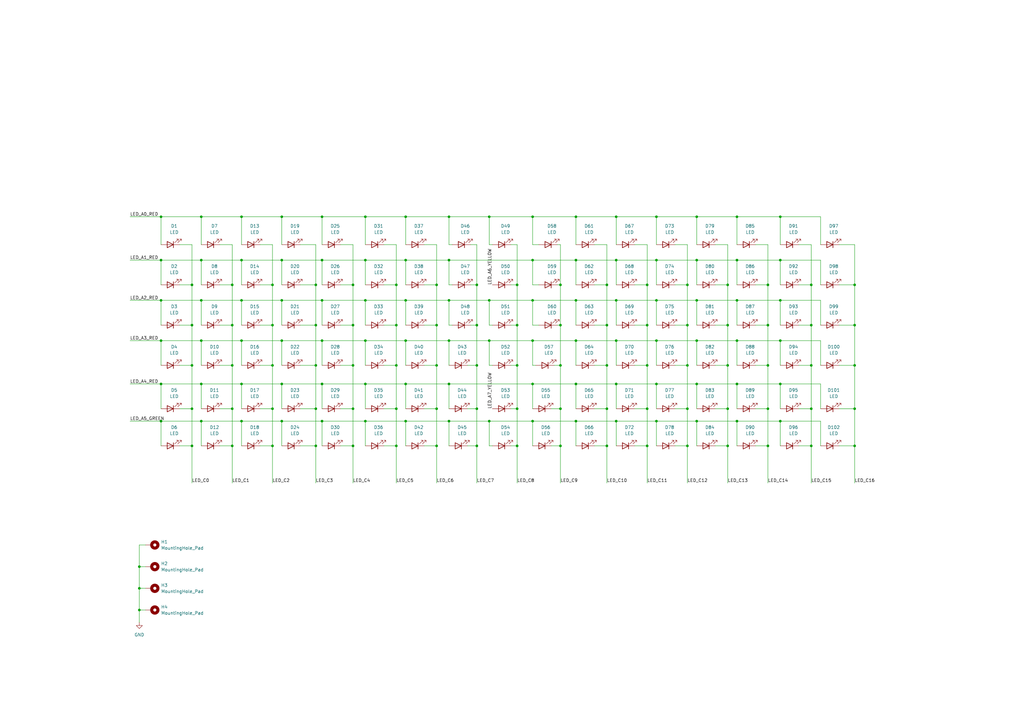
<source format=kicad_sch>
(kicad_sch (version 20231120) (generator "eeschema") (generator_version "8.0")
  (paper "A3")
  (title_block (title "SuperClock v3 LED Matrix"))
  (junction (at 229.87 149.86))
  (junction (at 212.09 182.88))
  (junction (at 78.74 116.84))
  (junction (at 195.58 133.35))
  (junction (at 332.74 182.88))
  (junction (at 314.96 182.88))
  (junction (at 179.07 116.84))
  (junction (at 149.86 172.72))
  (junction (at 111.76 182.88))
  (junction (at 332.74 167.64))
  (junction (at 269.24 172.72))
  (junction (at 149.86 157.48))
  (junction (at 82.55 106.68))
  (junction (at 129.54 133.35))
  (junction (at 320.04 139.7))
  (junction (at 57.15 241.3))
  (junction (at 78.74 167.64))
  (junction (at 350.52 116.84))
  (junction (at 129.54 182.88))
  (junction (at 218.44 106.68))
  (junction (at 162.56 133.35))
  (junction (at 252.73 123.19))
  (junction (at 111.76 116.84))
  (junction (at 236.22 123.19))
  (junction (at 95.25 149.86))
  (junction (at 162.56 167.64))
  (junction (at 229.87 167.64))
  (junction (at 184.15 106.68))
  (junction (at 179.07 149.86))
  (junction (at 78.74 133.35))
  (junction (at 320.04 157.48))
  (junction (at 281.94 116.84))
  (junction (at 166.37 157.48))
  (junction (at 252.73 157.48))
  (junction (at 82.55 157.48))
  (junction (at 195.58 116.84))
  (junction (at 144.78 167.64))
  (junction (at 99.06 139.7))
  (junction (at 66.04 172.72))
  (junction (at 298.45 167.64))
  (junction (at 99.06 157.48))
  (junction (at 236.22 88.9))
  (junction (at 132.08 88.9))
  (junction (at 166.37 88.9))
  (junction (at 82.55 139.7))
  (junction (at 302.26 139.7))
  (junction (at 248.92 116.84))
  (junction (at 66.04 123.19))
  (junction (at 281.94 149.86))
  (junction (at 281.94 133.35))
  (junction (at 195.58 149.86))
  (junction (at 184.15 88.9))
  (junction (at 149.86 139.7))
  (junction (at 166.37 123.19))
  (junction (at 162.56 116.84))
  (junction (at 252.73 88.9))
  (junction (at 184.15 157.48))
  (junction (at 314.96 149.86))
  (junction (at 115.57 172.72))
  (junction (at 166.37 139.7))
  (junction (at 252.73 172.72))
  (junction (at 111.76 133.35))
  (junction (at 285.75 106.68))
  (junction (at 82.55 123.19))
  (junction (at 212.09 167.64))
  (junction (at 149.86 123.19))
  (junction (at 212.09 133.35))
  (junction (at 269.24 106.68))
  (junction (at 285.75 172.72))
  (junction (at 252.73 139.7))
  (junction (at 129.54 116.84))
  (junction (at 298.45 116.84))
  (junction (at 132.08 139.7))
  (junction (at 248.92 149.86))
  (junction (at 285.75 157.48))
  (junction (at 236.22 106.68))
  (junction (at 269.24 139.7))
  (junction (at 66.04 88.9))
  (junction (at 57.15 232.41))
  (junction (at 269.24 123.19))
  (junction (at 248.92 182.88))
  (junction (at 144.78 133.35))
  (junction (at 144.78 149.86))
  (junction (at 314.96 133.35))
  (junction (at 265.43 149.86))
  (junction (at 82.55 88.9))
  (junction (at 184.15 172.72))
  (junction (at 350.52 133.35))
  (junction (at 99.06 88.9))
  (junction (at 162.56 182.88))
  (junction (at 179.07 133.35))
  (junction (at 78.74 149.86))
  (junction (at 281.94 182.88))
  (junction (at 144.78 182.88))
  (junction (at 78.74 182.88))
  (junction (at 320.04 123.19))
  (junction (at 115.57 123.19))
  (junction (at 115.57 106.68))
  (junction (at 95.25 167.64))
  (junction (at 95.25 182.88))
  (junction (at 200.66 123.19))
  (junction (at 166.37 172.72))
  (junction (at 218.44 157.48))
  (junction (at 200.66 139.7))
  (junction (at 269.24 88.9))
  (junction (at 115.57 88.9))
  (junction (at 265.43 182.88))
  (junction (at 218.44 88.9))
  (junction (at 149.86 88.9))
  (junction (at 129.54 149.86))
  (junction (at 350.52 182.88))
  (junction (at 184.15 139.7))
  (junction (at 302.26 157.48))
  (junction (at 212.09 116.84))
  (junction (at 149.86 106.68))
  (junction (at 350.52 149.86))
  (junction (at 57.15 250.19))
  (junction (at 66.04 139.7))
  (junction (at 212.09 149.86))
  (junction (at 179.07 182.88))
  (junction (at 162.56 149.86))
  (junction (at 320.04 88.9))
  (junction (at 314.96 167.64))
  (junction (at 200.66 88.9))
  (junction (at 129.54 167.64))
  (junction (at 265.43 167.64))
  (junction (at 132.08 123.19))
  (junction (at 236.22 157.48))
  (junction (at 314.96 116.84))
  (junction (at 332.74 133.35))
  (junction (at 229.87 133.35))
  (junction (at 298.45 182.88))
  (junction (at 265.43 133.35))
  (junction (at 99.06 106.68))
  (junction (at 281.94 167.64))
  (junction (at 248.92 133.35))
  (junction (at 66.04 106.68))
  (junction (at 218.44 123.19))
  (junction (at 99.06 123.19))
  (junction (at 99.06 172.72))
  (junction (at 269.24 157.48))
  (junction (at 166.37 106.68))
  (junction (at 200.66 172.72))
  (junction (at 229.87 182.88))
  (junction (at 132.08 106.68))
  (junction (at 111.76 167.64))
  (junction (at 132.08 172.72))
  (junction (at 236.22 139.7))
  (junction (at 111.76 149.86))
  (junction (at 115.57 157.48))
  (junction (at 302.26 123.19))
  (junction (at 82.55 172.72))
  (junction (at 285.75 139.7))
  (junction (at 298.45 133.35))
  (junction (at 95.25 116.84))
  (junction (at 115.57 139.7))
  (junction (at 332.74 116.84))
  (junction (at 218.44 172.72))
  (junction (at 184.15 123.19))
  (junction (at 218.44 139.7))
  (junction (at 179.07 167.64))
  (junction (at 132.08 157.48))
  (junction (at 195.58 182.88))
  (junction (at 320.04 106.68))
  (junction (at 298.45 149.86))
  (junction (at 320.04 172.72))
  (junction (at 350.52 167.64))
  (junction (at 285.75 123.19))
  (junction (at 66.04 157.48))
  (junction (at 236.22 172.72))
  (junction (at 95.25 133.35))
  (junction (at 252.73 106.68))
  (junction (at 302.26 106.68))
  (junction (at 332.74 149.86))
  (junction (at 302.26 88.9))
  (junction (at 302.26 172.72))
  (junction (at 195.58 167.64))
  (junction (at 265.43 116.84))
  (junction (at 144.78 116.84))
  (junction (at 248.92 167.64))
  (junction (at 229.87 116.84))
  (junction (at 285.75 88.9))
  (wire (pts (xy 59.69 223.52) (xy 57.15 223.52)))
  (wire (pts (xy 285.75 123.19) (xy 302.26 123.19)))
  (wire (pts (xy 269.24 88.9) (xy 285.75 88.9)))
  (wire (pts (xy 200.66 123.19) (xy 200.66 133.35)))
  (wire (pts (xy 73.66 149.86) (xy 78.74 149.86)))
  (wire (pts (xy 157.48 149.86) (xy 162.56 149.86)))
  (wire (pts (xy 309.88 182.88) (xy 314.96 182.88)))
  (wire (pts (xy 162.56 182.88) (xy 162.56 198.12)))
  (wire (pts (xy 243.84 100.33) (xy 248.92 100.33)))
  (wire (pts (xy 95.25 116.84) (xy 90.17 116.84)))
  (wire (pts (xy 276.86 116.84) (xy 281.94 116.84)))
  (wire (pts (xy 139.7 116.84) (xy 144.78 116.84)))
  (wire (pts (xy 139.7 133.35) (xy 144.78 133.35)))
  (wire (pts (xy 218.44 157.48) (xy 236.22 157.48)))
  (wire (pts (xy 265.43 182.88) (xy 265.43 198.12)))
  (wire (pts (xy 184.15 157.48) (xy 184.15 167.64)))
  (wire (pts (xy 139.7 167.64) (xy 144.78 167.64)))
  (wire (pts (xy 212.09 100.33) (xy 212.09 116.84)))
  (wire (pts (xy 243.84 116.84) (xy 248.92 116.84)))
  (wire (pts (xy 309.88 133.35) (xy 314.96 133.35)))
  (wire (pts (xy 78.74 149.86) (xy 78.74 167.64)))
  (wire (pts (xy 243.84 149.86) (xy 248.92 149.86)))
  (wire (pts (xy 248.92 133.35) (xy 248.92 149.86)))
  (wire (pts (xy 106.68 182.88) (xy 111.76 182.88)))
  (wire (pts (xy 344.17 116.84) (xy 350.52 116.84)))
  (wire (pts (xy 191.77 167.64) (xy 195.58 167.64)))
  (wire (pts (xy 236.22 139.7) (xy 252.73 139.7)))
  (wire (pts (xy 285.75 88.9) (xy 285.75 100.33)))
  (wire (pts (xy 260.35 182.88) (xy 265.43 182.88)))
  (wire (pts (xy 260.35 100.33) (xy 265.43 100.33)))
  (wire (pts (xy 166.37 139.7) (xy 184.15 139.7)))
  (wire (pts (xy 166.37 172.72) (xy 166.37 182.88)))
  (wire (pts (xy 298.45 182.88) (xy 298.45 198.12)))
  (wire (pts (xy 99.06 157.48) (xy 115.57 157.48)))
  (wire (pts (xy 184.15 139.7) (xy 200.66 139.7)))
  (wire (pts (xy 162.56 100.33) (xy 162.56 116.84)))
  (wire (pts (xy 195.58 167.64) (xy 195.58 182.88)))
  (wire (pts (xy 115.57 106.68) (xy 132.08 106.68)))
  (wire (pts (xy 149.86 123.19) (xy 149.86 133.35)))
  (wire (pts (xy 298.45 116.84) (xy 298.45 133.35)))
  (wire (pts (xy 320.04 139.7) (xy 320.04 149.86)))
  (wire (pts (xy 200.66 139.7) (xy 218.44 139.7)))
  (wire (pts (xy 99.06 106.68) (xy 99.06 116.84)))
  (wire (pts (xy 78.74 167.64) (xy 73.66 167.64)))
  (wire (pts (xy 132.08 157.48) (xy 149.86 157.48)))
  (wire (pts (xy 236.22 157.48) (xy 236.22 167.64)))
  (wire (pts (xy 166.37 123.19) (xy 184.15 123.19)))
  (wire (pts (xy 265.43 133.35) (xy 265.43 149.86)))
  (wire (pts (xy 252.73 157.48) (xy 252.73 167.64)))
  (wire (pts (xy 144.78 100.33) (xy 144.78 116.84)))
  (wire (pts (xy 314.96 149.86) (xy 314.96 167.64)))
  (wire (pts (xy 243.84 182.88) (xy 248.92 182.88)))
  (wire (pts (xy 218.44 139.7) (xy 236.22 139.7)))
  (wire (pts (xy 166.37 157.48) (xy 166.37 167.64)))
  (wire (pts (xy 53.34 106.68) (xy 66.04 106.68)))
  (wire (pts (xy 179.07 100.33) (xy 173.99 100.33)))
  (wire (pts (xy 293.37 182.88) (xy 298.45 182.88)))
  (wire (pts (xy 293.37 116.84) (xy 298.45 116.84)))
  (wire (pts (xy 220.98 133.35) (xy 218.44 133.35)))
  (wire (pts (xy 209.55 116.84) (xy 212.09 116.84)))
  (wire (pts (xy 82.55 123.19) (xy 82.55 133.35)))
  (wire (pts (xy 248.92 100.33) (xy 248.92 116.84)))
  (wire (pts (xy 95.25 167.64) (xy 95.25 182.88)))
  (wire (pts (xy 185.42 100.33) (xy 184.15 100.33)))
  (wire (pts (xy 53.34 123.19) (xy 66.04 123.19)))
  (wire (pts (xy 193.04 116.84) (xy 195.58 116.84)))
  (wire (pts (xy 236.22 123.19) (xy 236.22 133.35)))
  (wire (pts (xy 123.19 116.84) (xy 129.54 116.84)))
  (wire (pts (xy 184.15 172.72) (xy 184.15 182.88)))
  (wire (pts (xy 73.66 116.84) (xy 78.74 116.84)))
  (wire (pts (xy 248.92 167.64) (xy 243.84 167.64)))
  (wire (pts (xy 336.55 172.72) (xy 336.55 182.88)))
  (wire (pts (xy 149.86 106.68) (xy 166.37 106.68)))
  (wire (pts (xy 265.43 100.33) (xy 265.43 116.84)))
  (wire (pts (xy 184.15 116.84) (xy 185.42 116.84)))
  (wire (pts (xy 99.06 139.7) (xy 99.06 149.86)))
  (wire (pts (xy 162.56 167.64) (xy 157.48 167.64)))
  (wire (pts (xy 111.76 167.64) (xy 106.68 167.64)))
  (wire (pts (xy 285.75 88.9) (xy 302.26 88.9)))
  (wire (pts (xy 252.73 88.9) (xy 269.24 88.9)))
  (wire (pts (xy 302.26 106.68) (xy 302.26 116.84)))
  (wire (pts (xy 298.45 167.64) (xy 298.45 182.88)))
  (wire (pts (xy 218.44 123.19) (xy 236.22 123.19)))
  (wire (pts (xy 314.96 100.33) (xy 314.96 116.84)))
  (wire (pts (xy 320.04 133.35) (xy 320.04 123.19)))
  (wire (pts (xy 57.15 223.52) (xy 57.15 232.41)))
  (wire (pts (xy 132.08 139.7) (xy 149.86 139.7)))
  (wire (pts (xy 111.76 133.35) (xy 111.76 149.86)))
  (wire (pts (xy 129.54 100.33) (xy 123.19 100.33)))
  (wire (pts (xy 212.09 182.88) (xy 212.09 198.12)))
  (wire (pts (xy 212.09 149.86) (xy 212.09 167.64)))
  (wire (pts (xy 200.66 182.88) (xy 201.93 182.88)))
  (wire (pts (xy 218.44 106.68) (xy 236.22 106.68)))
  (wire (pts (xy 265.43 167.64) (xy 265.43 182.88)))
  (wire (pts (xy 314.96 133.35) (xy 314.96 149.86)))
  (wire (pts (xy 115.57 139.7) (xy 115.57 149.86)))
  (wire (pts (xy 57.15 250.19) (xy 59.69 250.19)))
  (wire (pts (xy 298.45 100.33) (xy 298.45 116.84)))
  (wire (pts (xy 173.99 116.84) (xy 179.07 116.84)))
  (wire (pts (xy 99.06 172.72) (xy 99.06 182.88)))
  (wire (pts (xy 78.74 100.33) (xy 73.66 100.33)))
  (wire (pts (xy 99.06 157.48) (xy 99.06 167.64)))
  (wire (pts (xy 195.58 182.88) (xy 195.58 198.12)))
  (wire (pts (xy 162.56 133.35) (xy 162.56 149.86)))
  (wire (pts (xy 252.73 172.72) (xy 252.73 182.88)))
  (wire (pts (xy 162.56 149.86) (xy 162.56 167.64)))
  (wire (pts (xy 236.22 88.9) (xy 236.22 100.33)))
  (wire (pts (xy 350.52 149.86) (xy 350.52 167.64)))
  (wire (pts (xy 195.58 100.33) (xy 195.58 116.84)))
  (wire (pts (xy 132.08 157.48) (xy 132.08 167.64)))
  (wire (pts (xy 260.35 116.84) (xy 265.43 116.84)))
  (wire (pts (xy 293.37 100.33) (xy 298.45 100.33)))
  (wire (pts (xy 228.6 116.84) (xy 229.87 116.84)))
  (wire (pts (xy 53.34 172.72) (xy 66.04 172.72)))
  (wire (pts (xy 302.26 149.86) (xy 302.26 139.7)))
  (wire (pts (xy 149.86 172.72) (xy 166.37 172.72)))
  (wire (pts (xy 115.57 123.19) (xy 132.08 123.19)))
  (wire (pts (xy 320.04 172.72) (xy 336.55 172.72)))
  (wire (pts (xy 129.54 100.33) (xy 129.54 116.84)))
  (wire (pts (xy 132.08 106.68) (xy 132.08 116.84)))
  (wire (pts (xy 184.15 123.19) (xy 200.66 123.19)))
  (wire (pts (xy 73.66 182.88) (xy 78.74 182.88)))
  (wire (pts (xy 252.73 88.9) (xy 252.73 100.33)))
  (wire (pts (xy 78.74 182.88) (xy 78.74 198.12)))
  (wire (pts (xy 269.24 167.64) (xy 269.24 157.48)))
  (wire (pts (xy 252.73 123.19) (xy 252.73 133.35)))
  (wire (pts (xy 195.58 116.84) (xy 195.58 133.35)))
  (wire (pts (xy 314.96 167.64) (xy 309.88 167.64)))
  (wire (pts (xy 111.76 100.33) (xy 111.76 116.84)))
  (wire (pts (xy 179.07 100.33) (xy 179.07 116.84)))
  (wire (pts (xy 229.87 116.84) (xy 229.87 133.35)))
  (wire (pts (xy 332.74 182.88) (xy 332.74 198.12)))
  (wire (pts (xy 332.74 167.64) (xy 327.66 167.64)))
  (wire (pts (xy 129.54 182.88) (xy 129.54 198.12)))
  (wire (pts (xy 157.48 116.84) (xy 162.56 116.84)))
  (wire (pts (xy 209.55 182.88) (xy 212.09 182.88)))
  (wire (pts (xy 298.45 133.35) (xy 298.45 149.86)))
  (wire (pts (xy 332.74 116.84) (xy 332.74 133.35)))
  (wire (pts (xy 285.75 106.68) (xy 302.26 106.68)))
  (wire (pts (xy 166.37 106.68) (xy 184.15 106.68)))
  (wire (pts (xy 166.37 139.7) (xy 166.37 149.86)))
  (wire (pts (xy 132.08 123.19) (xy 149.86 123.19)))
  (wire (pts (xy 302.26 88.9) (xy 320.04 88.9)))
  (wire (pts (xy 179.07 182.88) (xy 179.07 167.64)))
  (wire (pts (xy 218.44 149.86) (xy 219.71 149.86)))
  (wire (pts (xy 327.66 182.88) (xy 332.74 182.88)))
  (wire (pts (xy 302.26 157.48) (xy 320.04 157.48)))
  (wire (pts (xy 227.33 149.86) (xy 229.87 149.86)))
  (wire (pts (xy 53.34 88.9) (xy 66.04 88.9)))
  (wire (pts (xy 344.17 182.88) (xy 350.52 182.88)))
  (wire (pts (xy 173.99 182.88) (xy 179.07 182.88)))
  (wire (pts (xy 209.55 100.33) (xy 212.09 100.33)))
  (wire (pts (xy 149.86 172.72) (xy 149.86 182.88)))
  (wire (pts (xy 220.98 100.33) (xy 218.44 100.33)))
  (wire (pts (xy 218.44 172.72) (xy 218.44 182.88)))
  (wire (pts (xy 332.74 167.64) (xy 332.74 182.88)))
  (wire (pts (xy 149.86 157.48) (xy 166.37 157.48)))
  (wire (pts (xy 218.44 167.64) (xy 218.44 157.48)))
  (wire (pts (xy 218.44 149.86) (xy 218.44 139.7)))
  (wire (pts (xy 95.25 116.84) (xy 95.25 133.35)))
  (wire (pts (xy 200.66 172.72) (xy 200.66 182.88)))
  (wire (pts (xy 248.92 149.86) (xy 248.92 167.64)))
  (wire (pts (xy 218.44 100.33) (xy 218.44 88.9)))
  (wire (pts (xy 82.55 139.7) (xy 99.06 139.7)))
  (wire (pts (xy 66.04 157.48) (xy 82.55 157.48)))
  (wire (pts (xy 184.15 100.33) (xy 184.15 88.9)))
  (wire (pts (xy 66.04 88.9) (xy 82.55 88.9)))
  (wire (pts (xy 302.26 123.19) (xy 320.04 123.19)))
  (wire (pts (xy 193.04 100.33) (xy 195.58 100.33)))
  (wire (pts (xy 302.26 106.68) (xy 320.04 106.68)))
  (wire (pts (xy 314.96 182.88) (xy 314.96 198.12)))
  (wire (pts (xy 129.54 167.64) (xy 123.19 167.64)))
  (wire (pts (xy 144.78 100.33) (xy 139.7 100.33)))
  (wire (pts (xy 248.92 116.84) (xy 248.92 133.35)))
  (wire (pts (xy 66.04 139.7) (xy 82.55 139.7)))
  (wire (pts (xy 336.55 88.9) (xy 336.55 100.33)))
  (wire (pts (xy 269.24 139.7) (xy 269.24 149.86)))
  (wire (pts (xy 285.75 172.72) (xy 302.26 172.72)))
  (wire (pts (xy 285.75 133.35) (xy 285.75 123.19)))
  (wire (pts (xy 111.76 116.84) (xy 111.76 133.35)))
  (wire (pts (xy 132.08 123.19) (xy 132.08 133.35)))
  (wire (pts (xy 162.56 100.33) (xy 157.48 100.33)))
  (wire (pts (xy 78.74 116.84) (xy 78.74 133.35)))
  (wire (pts (xy 336.55 106.68) (xy 336.55 116.84)))
  (wire (pts (xy 327.66 116.84) (xy 332.74 116.84)))
  (wire (pts (xy 99.06 123.19) (xy 115.57 123.19)))
  (wire (pts (xy 350.52 167.64) (xy 350.52 182.88)))
  (wire (pts (xy 99.06 139.7) (xy 115.57 139.7)))
  (wire (pts (xy 144.78 116.84) (xy 144.78 133.35)))
  (wire (pts (xy 281.94 167.64) (xy 276.86 167.64)))
  (wire (pts (xy 166.37 88.9) (xy 166.37 100.33)))
  (wire (pts (xy 185.42 133.35) (xy 184.15 133.35)))
  (wire (pts (xy 281.94 100.33) (xy 281.94 116.84)))
  (wire (pts (xy 320.04 88.9) (xy 320.04 100.33)))
  (wire (pts (xy 236.22 172.72) (xy 236.22 182.88)))
  (wire (pts (xy 66.04 123.19) (xy 82.55 123.19)))
  (wire (pts (xy 327.66 133.35) (xy 332.74 133.35)))
  (wire (pts (xy 115.57 172.72) (xy 132.08 172.72)))
  (wire (pts (xy 229.87 167.64) (xy 229.87 182.88)))
  (wire (pts (xy 129.54 182.88) (xy 129.54 167.64)))
  (wire (pts (xy 191.77 182.88) (xy 195.58 182.88)))
  (wire (pts (xy 184.15 88.9) (xy 200.66 88.9)))
  (wire (pts (xy 302.26 123.19) (xy 302.26 133.35)))
  (wire (pts (xy 229.87 100.33) (xy 229.87 116.84)))
  (wire (pts (xy 302.26 139.7) (xy 320.04 139.7)))
  (wire (pts (xy 149.86 88.9) (xy 166.37 88.9)))
  (wire (pts (xy 191.77 149.86) (xy 195.58 149.86)))
  (wire (pts (xy 184.15 172.72) (xy 200.66 172.72)))
  (wire (pts (xy 332.74 100.33) (xy 332.74 116.84)))
  (wire (pts (xy 78.74 100.33) (xy 78.74 116.84)))
  (wire (pts (xy 115.57 123.19) (xy 115.57 133.35)))
  (wire (pts (xy 269.24 88.9) (xy 269.24 100.33)))
  (wire (pts (xy 252.73 139.7) (xy 269.24 139.7)))
  (wire (pts (xy 95.25 149.86) (xy 95.25 167.64)))
  (wire (pts (xy 106.68 149.86) (xy 111.76 149.86)))
  (wire (pts (xy 184.15 123.19) (xy 184.15 133.35)))
  (wire (pts (xy 309.88 149.86) (xy 314.96 149.86)))
  (wire (pts (xy 106.68 133.35) (xy 111.76 133.35)))
  (wire (pts (xy 66.04 167.64) (xy 66.04 157.48)))
  (wire (pts (xy 332.74 133.35) (xy 332.74 149.86)))
  (wire (pts (xy 212.09 133.35) (xy 212.09 149.86)))
  (wire (pts (xy 344.17 100.33) (xy 350.52 100.33)))
  (wire (pts (xy 252.73 157.48) (xy 269.24 157.48)))
  (wire (pts (xy 218.44 172.72) (xy 236.22 172.72)))
  (wire (pts (xy 95.25 133.35) (xy 95.25 149.86)))
  (wire (pts (xy 236.22 172.72) (xy 252.73 172.72)))
  (wire (pts (xy 57.15 232.41) (xy 59.69 232.41)))
  (wire (pts (xy 327.66 149.86) (xy 332.74 149.86)))
  (wire (pts (xy 123.19 149.86) (xy 129.54 149.86)))
  (wire (pts (xy 236.22 88.9) (xy 252.73 88.9)))
  (wire (pts (xy 285.75 106.68) (xy 285.75 116.84)))
  (wire (pts (xy 212.09 116.84) (xy 212.09 133.35)))
  (wire (pts (xy 132.08 88.9) (xy 149.86 88.9)))
  (wire (pts (xy 66.04 172.72) (xy 82.55 172.72)))
  (wire (pts (xy 285.75 157.48) (xy 285.75 167.64)))
  (wire (pts (xy 184.15 116.84) (xy 184.15 106.68)))
  (wire (pts (xy 200.66 149.86) (xy 200.66 139.7)))
  (wire (pts (xy 82.55 88.9) (xy 82.55 100.33)))
  (wire (pts (xy 243.84 133.35) (xy 248.92 133.35)))
  (wire (pts (xy 144.78 149.86) (xy 144.78 167.64)))
  (wire (pts (xy 269.24 106.68) (xy 269.24 116.84)))
  (wire (pts (xy 320.04 157.48) (xy 336.55 157.48)))
  (wire (pts (xy 285.75 139.7) (xy 285.75 149.86)))
  (wire (pts (xy 66.04 100.33) (xy 66.04 88.9)))
  (wire (pts (xy 229.87 182.88) (xy 226.06 182.88)))
  (wire (pts (xy 149.86 88.9) (xy 149.86 100.33)))
  (wire (pts (xy 269.24 172.72) (xy 285.75 172.72)))
  (wire (pts (xy 200.66 100.33) (xy 200.66 88.9)))
  (wire (pts (xy 66.04 106.68) (xy 82.55 106.68)))
  (wire (pts (xy 195.58 149.86) (xy 195.58 167.64)))
  (wire (pts (xy 236.22 139.7) (xy 236.22 149.86)))
  (wire (pts (xy 95.25 182.88) (xy 95.25 198.12)))
  (wire (pts (xy 201.93 133.35) (xy 200.66 133.35)))
  (wire (pts (xy 201.93 100.33) (xy 200.66 100.33)))
  (wire (pts (xy 200.66 88.9) (xy 218.44 88.9)))
  (wire (pts (xy 111.76 149.86) (xy 111.76 167.64)))
  (wire (pts (xy 123.19 133.35) (xy 129.54 133.35)))
  (wire (pts (xy 229.87 133.35) (xy 229.87 149.86)))
  (wire (pts (xy 66.04 182.88) (xy 66.04 172.72)))
  (wire (pts (xy 276.86 100.33) (xy 281.94 100.33)))
  (wire (pts (xy 82.55 172.72) (xy 82.55 182.88)))
  (wire (pts (xy 314.96 116.84) (xy 314.96 133.35)))
  (wire (pts (xy 276.86 149.86) (xy 281.94 149.86)))
  (wire (pts (xy 111.76 100.33) (xy 106.68 100.33)))
  (wire (pts (xy 218.44 88.9) (xy 236.22 88.9)))
  (wire (pts (xy 252.73 106.68) (xy 269.24 106.68)))
  (wire (pts (xy 115.57 88.9) (xy 115.57 100.33)))
  (wire (pts (xy 276.86 182.88) (xy 281.94 182.88)))
  (wire (pts (xy 209.55 167.64) (xy 212.09 167.64)))
  (wire (pts (xy 302.26 172.72) (xy 320.04 172.72)))
  (wire (pts (xy 265.43 116.84) (xy 265.43 133.35)))
  (wire (pts (xy 350.52 133.35) (xy 350.52 149.86)))
  (wire (pts (xy 139.7 149.86) (xy 144.78 149.86)))
  (wire (pts (xy 285.75 139.7) (xy 302.26 139.7)))
  (wire (pts (xy 220.98 116.84) (xy 218.44 116.84)))
  (wire (pts (xy 320.04 88.9) (xy 336.55 88.9)))
  (wire (pts (xy 129.54 149.86) (xy 129.54 167.64)))
  (wire (pts (xy 336.55 123.19) (xy 336.55 133.35)))
  (wire (pts (xy 336.55 139.7) (xy 336.55 149.86)))
  (wire (pts (xy 157.48 133.35) (xy 162.56 133.35)))
  (wire (pts (xy 269.24 106.68) (xy 285.75 106.68)))
  (wire (pts (xy 53.34 139.7) (xy 66.04 139.7)))
  (wire (pts (xy 132.08 88.9) (xy 132.08 100.33)))
  (wire (pts (xy 57.15 250.19) (xy 57.15 255.27)))
  (wire (pts (xy 252.73 172.72) (xy 269.24 172.72)))
  (wire (pts (xy 276.86 133.35) (xy 281.94 133.35)))
  (wire (pts (xy 95.25 100.33) (xy 90.17 100.33)))
  (wire (pts (xy 200.66 123.19) (xy 218.44 123.19)))
  (wire (pts (xy 82.55 157.48) (xy 82.55 167.64)))
  (wire (pts (xy 281.94 133.35) (xy 281.94 149.86)))
  (wire (pts (xy 269.24 172.72) (xy 269.24 182.88)))
  (wire (pts (xy 350.52 100.33) (xy 350.52 116.84)))
  (wire (pts (xy 252.73 123.19) (xy 269.24 123.19)))
  (wire (pts (xy 320.04 167.64) (xy 320.04 157.48)))
  (wire (pts (xy 320.04 106.68) (xy 336.55 106.68)))
  (wire (pts (xy 111.76 182.88) (xy 111.76 167.64)))
  (wire (pts (xy 229.87 182.88) (xy 229.87 198.12)))
  (wire (pts (xy 332.74 149.86) (xy 332.74 167.64)))
  (wire (pts (xy 179.07 167.64) (xy 173.99 167.64)))
  (wire (pts (xy 248.92 167.64) (xy 248.92 182.88)))
  (wire (pts (xy 193.04 133.35) (xy 195.58 133.35)))
  (wire (pts (xy 166.37 88.9) (xy 184.15 88.9)))
  (wire (pts (xy 82.55 106.68) (xy 99.06 106.68)))
  (wire (pts (xy 149.86 139.7) (xy 166.37 139.7)))
  (wire (pts (xy 236.22 106.68) (xy 252.73 106.68)))
  (wire (pts (xy 336.55 157.48) (xy 336.55 167.64)))
  (wire (pts (xy 149.86 157.48) (xy 149.86 167.64)))
  (wire (pts (xy 179.07 182.88) (xy 179.07 198.12)))
  (wire (pts (xy 344.17 149.86) (xy 350.52 149.86)))
  (wire (pts (xy 106.68 116.84) (xy 111.76 116.84)))
  (wire (pts (xy 95.25 100.33) (xy 95.25 116.84)))
  (wire (pts (xy 123.19 182.88) (xy 129.54 182.88)))
  (wire (pts (xy 265.43 149.86) (xy 265.43 167.64)))
  (wire (pts (xy 144.78 182.88) (xy 144.78 198.12)))
  (wire (pts (xy 173.99 133.35) (xy 179.07 133.35)))
  (wire (pts (xy 149.86 139.7) (xy 149.86 149.86)))
  (wire (pts (xy 195.58 133.35) (xy 195.58 149.86)))
  (wire (pts (xy 66.04 149.86) (xy 66.04 139.7)))
  (wire (pts (xy 302.26 172.72) (xy 302.26 182.88)))
  (wire (pts (xy 149.86 123.19) (xy 166.37 123.19)))
  (wire (pts (xy 200.66 172.72) (xy 218.44 172.72)))
  (wire (pts (xy 236.22 106.68) (xy 236.22 116.84)))
  (wire (pts (xy 66.04 133.35) (xy 66.04 123.19)))
  (wire (pts (xy 327.66 100.33) (xy 332.74 100.33)))
  (wire (pts (xy 132.08 172.72) (xy 149.86 172.72)))
  (wire (pts (xy 149.86 106.68) (xy 149.86 116.84)))
  (wire (pts (xy 228.6 133.35) (xy 229.87 133.35)))
  (wire (pts (xy 298.45 149.86) (xy 298.45 167.64)))
  (wire (pts (xy 166.37 106.68) (xy 166.37 116.84)))
  (wire (pts (xy 115.57 157.48) (xy 132.08 157.48)))
  (wire (pts (xy 53.34 157.48) (xy 66.04 157.48)))
  (wire (pts (xy 269.24 157.48) (xy 285.75 157.48)))
  (wire (pts (xy 82.55 123.19) (xy 99.06 123.19)))
  (wire (pts (xy 57.15 241.3) (xy 59.69 241.3)))
  (wire (pts (xy 218.44 123.19) (xy 218.44 133.35)))
  (wire (pts (xy 350.52 167.64) (xy 344.17 167.64)))
  (wire (pts (xy 320.04 106.68) (xy 320.04 116.84)))
  (wire (pts (xy 302.26 157.48) (xy 302.26 167.64)))
  (wire (pts (xy 115.57 139.7) (xy 132.08 139.7)))
  (wire (pts (xy 269.24 123.19) (xy 269.24 133.35)))
  (wire (pts (xy 201.93 149.86) (xy 200.66 149.86)))
  (wire (pts (xy 90.17 133.35) (xy 95.25 133.35)))
  (wire (pts (xy 144.78 182.88) (xy 144.78 167.64)))
  (wire (pts (xy 66.04 116.84) (xy 66.04 106.68)))
  (wire (pts (xy 314.96 167.64) (xy 314.96 182.88)))
  (wire (pts (xy 212.09 167.64) (xy 212.09 182.88)))
  (wire (pts (xy 236.22 157.48) (xy 252.73 157.48)))
  (wire (pts (xy 115.57 106.68) (xy 115.57 116.84)))
  (wire (pts (xy 252.73 139.7) (xy 252.73 149.86)))
  (wire (pts (xy 166.37 172.72) (xy 184.15 172.72)))
  (wire (pts (xy 82.55 157.48) (xy 99.06 157.48)))
  (wire (pts (xy 166.37 123.19) (xy 166.37 133.35)))
  (wire (pts (xy 129.54 116.84) (xy 129.54 133.35)))
  (wire (pts (xy 350.52 116.84) (xy 350.52 133.35)))
  (wire (pts (xy 173.99 149.86) (xy 179.07 149.86)))
  (wire (pts (xy 78.74 182.88) (xy 78.74 167.64)))
  (wire (pts (xy 320.04 139.7) (xy 336.55 139.7)))
  (wire (pts (xy 129.54 133.35) (xy 129.54 149.86)))
  (wire (pts (xy 293.37 149.86) (xy 298.45 149.86)))
  (wire (pts (xy 344.17 133.35) (xy 350.52 133.35)))
  (wire (pts (xy 115.57 157.48) (xy 115.57 167.64)))
  (wire (pts (xy 162.56 182.88) (xy 162.56 167.64)))
  (wire (pts (xy 184.15 106.68) (xy 218.44 106.68)))
  (wire (pts (xy 90.17 182.88) (xy 95.25 182.88)))
  (wire (pts (xy 73.66 133.35) (xy 78.74 133.35)))
  (wire (pts (xy 229.87 167.64) (xy 226.06 167.64)))
  (wire (pts (xy 99.06 88.9) (xy 115.57 88.9)))
  (wire (pts (xy 184.15 157.48) (xy 218.44 157.48)))
  (wire (pts (xy 269.24 123.19) (xy 285.75 123.19)))
  (wire (pts (xy 166.37 157.48) (xy 184.15 157.48)))
  (wire (pts (xy 229.87 149.86) (xy 229.87 167.64)))
  (wire (pts (xy 218.44 116.84) (xy 218.44 106.68)))
  (wire (pts (xy 144.78 133.35) (xy 144.78 149.86)))
  (wire (pts (xy 252.73 106.68) (xy 252.73 116.84)))
  (wire (pts (xy 132.08 172.72) (xy 132.08 182.88)))
  (wire (pts (xy 236.22 123.19) (xy 252.73 123.19)))
  (wire (pts (xy 99.06 123.19) (xy 99.06 133.35)))
  (wire (pts (xy 285.75 157.48) (xy 302.26 157.48)))
  (wire (pts (xy 260.35 167.64) (xy 265.43 167.64)))
  (wire (pts (xy 78.74 133.35) (xy 78.74 149.86)))
  (wire (pts (xy 162.56 116.84) (xy 162.56 133.35)))
  (wire (pts (xy 281.94 167.64) (xy 281.94 182.88)))
  (wire (pts (xy 82.55 106.68) (xy 82.55 116.84)))
  (wire (pts (xy 320.04 123.19) (xy 336.55 123.19)))
  (wire (pts (xy 99.06 100.33) (xy 99.06 88.9)))
  (wire (pts (xy 212.09 133.35) (xy 209.55 133.35)))
  (wire (pts (xy 320.04 172.72) (xy 320.04 182.88)))
  (wire (pts (xy 248.92 182.88) (xy 248.92 198.12)))
  (wire (pts (xy 82.55 172.72) (xy 99.06 172.72)))
  (wire (pts (xy 139.7 182.88) (xy 144.78 182.88)))
  (wire (pts (xy 350.52 182.88) (xy 350.52 198.12)))
  (wire (pts (xy 212.09 149.86) (xy 209.55 149.86)))
  (wire (pts (xy 99.06 172.72) (xy 115.57 172.72)))
  (wire (pts (xy 179.07 149.86) (xy 179.07 167.64)))
  (wire (pts (xy 99.06 106.68) (xy 115.57 106.68)))
  (wire (pts (xy 179.07 116.84) (xy 179.07 133.35)))
  (wire (pts (xy 281.94 116.84) (xy 281.94 133.35)))
  (wire (pts (xy 293.37 133.35) (xy 298.45 133.35)))
  (wire (pts (xy 298.45 167.64) (xy 293.37 167.64)))
  (wire (pts (xy 82.55 88.9) (xy 99.06 88.9)))
  (wire (pts (xy 157.48 182.88) (xy 162.56 182.88)))
  (wire (pts (xy 132.08 106.68) (xy 149.86 106.68)))
  (wire (pts (xy 302.26 88.9) (xy 302.26 100.33)))
  (wire (pts (xy 90.17 149.86) (xy 95.25 149.86)))
  (wire (pts (xy 228.6 100.33) (xy 229.87 100.33)))
  (wire (pts (xy 285.75 172.72) (xy 285.75 182.88)))
  (wire (pts (xy 260.35 133.35) (xy 265.43 133.35)))
  (wire (pts (xy 111.76 182.88) (xy 111.76 198.12)))
  (wire (pts (xy 132.08 139.7) (xy 132.08 149.86)))
  (wire (pts (xy 281.94 149.86) (xy 281.94 167.64)))
  (wire (pts (xy 57.15 241.3) (xy 57.15 250.19)))
  (wire (pts (xy 309.88 100.33) (xy 314.96 100.33)))
  (wire (pts (xy 82.55 139.7) (xy 82.55 149.86)))
  (wire (pts (xy 184.15 139.7) (xy 184.15 149.86)))
  (wire (pts (xy 115.57 88.9) (xy 132.08 88.9)))
  (wire (pts (xy 95.25 167.64) (xy 90.17 167.64)))
  (wire (pts (xy 57.15 232.41) (xy 57.15 241.3)))
  (wire (pts (xy 281.94 182.88) (xy 281.94 198.12)))
  (wire (pts (xy 269.24 139.7) (xy 285.75 139.7)))
  (wire (pts (xy 179.07 133.35) (xy 179.07 149.86)))
  (wire (pts (xy 309.88 116.84) (xy 314.96 116.84)))
  (wire (pts (xy 260.35 149.86) (xy 265.43 149.86)))
  (wire (pts (xy 115.57 172.72) (xy 115.57 182.88)))
  (label "LED_C9" (at 229.87 198.12 0))
  (label "LED_C4" (at 144.78 198.12 0))
  (label "LED_A1_RED" (at 53.34 106.68 0))
  (label "LED_A7_YELLOW" (at 201.93 167.64 90))
  (label "LED_C7" (at 195.58 198.12 0))
  (label "LED_C8" (at 212.09 198.12 0))
  (label "LED_C6" (at 179.07 198.12 0))
  (label "LED_A4_RED" (at 53.34 157.48 0))
  (label "LED_A5_GREEN" (at 53.34 172.72 0))
  (label "LED_A0_RED" (at 53.34 88.9 0))
  (label "LED_C13" (at 298.45 198.12 0))
  (label "LED_C12" (at 281.94 198.12 0))
  (label "LED_C5" (at 162.56 198.12 0))
  (label "LED_C10" (at 248.92 198.12 0))
  (label "LED_C3" (at 129.54 198.12 0))
  (label "LED_C16" (at 350.52 198.12 0))
  (label "LED_C0" (at 78.74 198.12 0))
  (label "LED_C14" (at 314.96 198.12 0))
  (label "LED_A2_RED" (at 53.34 123.19 0))
  (label "LED_C15" (at 332.74 198.12 0))
  (label "LED_A6_YELLOW" (at 201.93 116.84 90))
  (label "LED_C1" (at 95.25 198.12 0))
  (label "LED_C2" (at 111.76 198.12 0))
  (label "LED_C11" (at 265.43 198.12 0))
  (label "LED_A3_RED" (at 53.34 139.7 0))
  (symbol (lib_id "Device:LED") (at 340.36 182.88 180) (unit 1)
    (property "Reference" "D102" (at 341.9475 175.26 0))
    (property "Value" "LED" (at 341.9475 177.8 0))
    (property "Footprint" "@Project:LED_D5.0mm_no_silkscreen_green" (effects (hide yes)))
    (property "Description" "Light emitting diode" (effects (hide yes)))
  )
  (symbol (lib_id "Device:LED") (at 340.36 167.64 180) (unit 1)
    (property "Reference" "D101" (at 341.9475 160.02 0))
    (property "Value" "LED" (at 341.9475 162.56 0))
    (property "Footprint" "@Project:LED_D5.0mm_no_silkscreen_red" (effects (hide yes)))
    (property "Description" "Light emitting diode" (effects (hide yes)))
  )
  (symbol (lib_id "Device:LED") (at 187.96 167.64 180) (unit 1)
    (property "Reference" "D44" (at 189.5475 160.02 0))
    (property "Value" "LED" (at 189.5475 162.56 0))
    (property "Footprint" "@Project:LED_D5.0mm_no_silkscreen_red" (effects (hide yes)))
    (property "Description" "Light emitting diode" (effects (hide yes)))
  )
  (symbol (lib_id "Device:LED") (at 153.67 149.86 180) (unit 1)
    (property "Reference" "D34" (at 155.2575 142.24 0))
    (property "Value" "LED" (at 155.2575 144.78 0))
    (property "Footprint" "@Project:LED_D5.0mm_no_silkscreen_red" (effects (hide yes)))
    (property "Description" "Light emitting diode" (effects (hide yes)))
  )
  (symbol (lib_id "Device:LED") (at 102.87 133.35 180) (unit 1)
    (property "Reference" "D15" (at 104.4575 125.73 0))
    (property "Value" "LED" (at 104.4575 128.27 0))
    (property "Footprint" "@Project:LED_D5.0mm_no_silkscreen_red" (effects (hide yes)))
    (property "Description" "Light emitting diode" (effects (hide yes)))
  )
  (symbol (lib_id "Device:LED") (at 340.36 149.86 180) (unit 1)
    (property "Reference" "D100" (at 341.9475 142.24 0))
    (property "Value" "LED" (at 341.9475 144.78 0))
    (property "Footprint" "@Project:LED_D5.0mm_no_silkscreen_red" (effects (hide yes)))
    (property "Description" "Light emitting diode" (effects (hide yes)))
  )
  (symbol (lib_id "Device:LED") (at 340.36 100.33 180) (unit 1)
    (property "Reference" "D97" (at 341.9475 92.71 0))
    (property "Value" "LED" (at 341.9475 95.25 0))
    (property "Footprint" "@Project:LED_D5.0mm_no_silkscreen_red" (effects (hide yes)))
    (property "Description" "Light emitting diode" (effects (hide yes)))
  )
  (symbol (lib_id "Device:LED") (at 189.23 133.35 180) (unit 1)
    (property "Reference" "D48" (at 190.8175 125.73 0))
    (property "Value" "LED" (at 190.8175 128.27 0))
    (property "Footprint" "@Project:LED_D5.0mm_no_silkscreen_red" (effects (hide yes)))
    (property "Description" "Light emitting diode" (effects (hide yes)))
  )
  (symbol (lib_id "Device:LED") (at 205.74 167.64 180) (unit 1)
    (property "Reference" "D53" (at 207.3275 160.02 0))
    (property "Value" "LED" (at 207.3275 162.56 0))
    (property "Footprint" "@Project:LED_D5.0mm_no_silkscreen_yellow" (effects (hide yes)))
    (property "Description" "Light emitting diode" (effects (hide yes)))
  )
  (symbol (lib_id "Mechanical:MountingHole_Pad") (at 62.23 250.19 270) (unit 1) (exclude_from_sim yes) (in_bom no)
    (property "Reference" "H4" (at 66.04 248.9199 90) (effects (justify left)))
    (property "Value" "MountingHole_Pad" (at 66.04 251.4599 90) (effects (justify left)))
    (property "Footprint" "@Project:MountingHole_3.2mm_M3_SmallPad" (effects (hide yes)))
    (property "Description" "Mounting Hole with connection" (effects (hide yes)))
  )
  (symbol (lib_id "Device:LED") (at 306.07 182.88 180) (unit 1)
    (property "Reference" "D90" (at 307.6575 175.26 0))
    (property "Value" "LED" (at 307.6575 177.8 0))
    (property "Footprint" "@Project:LED_D5.0mm_no_silkscreen_green" (effects (hide yes)))
    (property "Description" "Light emitting diode" (effects (hide yes)))
  )
  (symbol (lib_id "Device:LED") (at 119.38 100.33 180) (unit 1)
    (property "Reference" "D19" (at 120.9675 92.71 0))
    (property "Value" "LED" (at 120.9675 95.25 0))
    (property "Footprint" "@Project:LED_D5.0mm_no_silkscreen_red" (effects (hide yes)))
    (property "Description" "Light emitting diode" (effects (hide yes)))
  )
  (symbol (lib_id "Device:LED") (at 323.85 100.33 180) (unit 1)
    (property "Reference" "D91" (at 325.4375 92.71 0))
    (property "Value" "LED" (at 325.4375 95.25 0))
    (property "Footprint" "@Project:LED_D5.0mm_no_silkscreen_red" (effects (hide yes)))
    (property "Description" "Light emitting diode" (effects (hide yes)))
  )
  (symbol (lib_id "Device:LED") (at 289.56 182.88 180) (unit 1)
    (property "Reference" "D84" (at 291.1475 175.26 0))
    (property "Value" "LED" (at 291.1475 177.8 0))
    (property "Footprint" "@Project:LED_D5.0mm_no_silkscreen_green" (effects (hide yes)))
    (property "Description" "Light emitting diode" (effects (hide yes)))
  )
  (symbol (lib_id "Device:LED") (at 256.54 182.88 180) (unit 1)
    (property "Reference" "D72" (at 258.1275 175.26 0))
    (property "Value" "LED" (at 258.1275 177.8 0))
    (property "Footprint" "@Project:LED_D5.0mm_no_silkscreen_green" (effects (hide yes)))
    (property "Description" "Light emitting diode" (effects (hide yes)))
  )
  (symbol (lib_id "Device:LED") (at 86.36 167.64 180) (unit 1)
    (property "Reference" "D11" (at 87.9475 160.02 0))
    (property "Value" "LED" (at 87.9475 162.56 0))
    (property "Footprint" "@Project:LED_D5.0mm_no_silkscreen_red" (effects (hide yes)))
    (property "Description" "Light emitting diode" (effects (hide yes)))
  )
  (symbol (lib_id "Device:LED") (at 240.03 149.86 180) (unit 1)
    (property "Reference" "D64" (at 241.6175 142.24 0))
    (property "Value" "LED" (at 241.6175 144.78 0))
    (property "Footprint" "@Project:LED_D5.0mm_no_silkscreen_red" (effects (hide yes)))
    (property "Description" "Light emitting diode" (effects (hide yes)))
  )
  (symbol (lib_id "Device:LED") (at 102.87 167.64 180) (unit 1)
    (property "Reference" "D17" (at 104.4575 160.02 0))
    (property "Value" "LED" (at 104.4575 162.56 0))
    (property "Footprint" "@Project:LED_D5.0mm_no_silkscreen_red" (effects (hide yes)))
    (property "Description" "Light emitting diode" (effects (hide yes)))
  )
  (symbol (lib_id "Device:LED") (at 170.18 167.64 180) (unit 1)
    (property "Reference" "D41" (at 171.7675 160.02 0))
    (property "Value" "LED" (at 171.7675 162.56 0))
    (property "Footprint" "@Project:LED_D5.0mm_no_silkscreen_red" (effects (hide yes)))
    (property "Description" "Light emitting diode" (effects (hide yes)))
  )
  (symbol (lib_id "Device:LED") (at 69.85 167.64 180) (unit 1)
    (property "Reference" "D5" (at 71.4375 160.02 0))
    (property "Value" "LED" (at 71.4375 162.56 0))
    (property "Footprint" "@Project:LED_D5.0mm_no_silkscreen_red" (effects (hide yes)))
    (property "Description" "Light emitting diode" (effects (hide yes)))
  )
  (symbol (lib_id "Device:LED") (at 289.56 116.84 180) (unit 1)
    (property "Reference" "D80" (at 291.1475 109.22 0))
    (property "Value" "LED" (at 291.1475 111.76 0))
    (property "Footprint" "@Project:LED_D5.0mm_no_silkscreen_red" (effects (hide yes)))
    (property "Description" "Light emitting diode" (effects (hide yes)))
  )
  (symbol (lib_id "Device:LED") (at 273.05 133.35 180) (unit 1)
    (property "Reference" "D75" (at 274.6375 125.73 0))
    (property "Value" "LED" (at 274.6375 128.27 0))
    (property "Footprint" "@Project:LED_D5.0mm_no_silkscreen_red" (effects (hide yes)))
    (property "Description" "Light emitting diode" (effects (hide yes)))
  )
  (symbol (lib_id "Device:LED") (at 135.89 167.64 180) (unit 1)
    (property "Reference" "D29" (at 137.4775 160.02 0))
    (property "Value" "LED" (at 137.4775 162.56 0))
    (property "Footprint" "@Project:LED_D5.0mm_no_silkscreen_red" (effects (hide yes)))
    (property "Description" "Light emitting diode" (effects (hide yes)))
  )
  (symbol (lib_id "Device:LED") (at 205.74 116.84 180) (unit 1)
    (property "Reference" "D50" (at 207.3275 109.22 0))
    (property "Value" "LED" (at 207.3275 111.76 0))
    (property "Footprint" "@Project:LED_D5.0mm_no_silkscreen_yellow" (effects (hide yes)))
    (property "Description" "Light emitting diode" (effects (hide yes)))
  )
  (symbol (lib_id "Device:LED") (at 69.85 182.88 180) (unit 1)
    (property "Reference" "D6" (at 71.4375 175.26 0))
    (property "Value" "LED" (at 71.4375 177.8 0))
    (property "Footprint" "@Project:LED_D5.0mm_no_silkscreen_green" (effects (hide yes)))
    (property "Description" "Light emitting diode" (effects (hide yes)))
  )
  (symbol (lib_id "Device:LED") (at 273.05 182.88 180) (unit 1)
    (property "Reference" "D78" (at 274.6375 175.26 0))
    (property "Value" "LED" (at 274.6375 177.8 0))
    (property "Footprint" "@Project:LED_D5.0mm_no_silkscreen_green" (effects (hide yes)))
    (property "Description" "Light emitting diode" (effects (hide yes)))
  )
  (symbol (lib_id "Device:LED") (at 323.85 116.84 180) (unit 1)
    (property "Reference" "D92" (at 325.4375 109.22 0))
    (property "Value" "LED" (at 325.4375 111.76 0))
    (property "Footprint" "@Project:LED_D5.0mm_no_silkscreen_red" (effects (hide yes)))
    (property "Description" "Light emitting diode" (effects (hide yes)))
  )
  (symbol (lib_id "Device:LED") (at 135.89 182.88 180) (unit 1)
    (property "Reference" "D30" (at 137.4775 175.26 0))
    (property "Value" "LED" (at 137.4775 177.8 0))
    (property "Footprint" "@Project:LED_D5.0mm_no_silkscreen_green" (effects (hide yes)))
    (property "Description" "Light emitting diode" (effects (hide yes)))
  )
  (symbol (lib_id "Device:LED") (at 119.38 182.88 180) (unit 1)
    (property "Reference" "D24" (at 120.9675 175.26 0))
    (property "Value" "LED" (at 120.9675 177.8 0))
    (property "Footprint" "@Project:LED_D5.0mm_no_silkscreen_green" (effects (hide yes)))
    (property "Description" "Light emitting diode" (effects (hide yes)))
  )
  (symbol (lib_id "Device:LED") (at 153.67 133.35 180) (unit 1)
    (property "Reference" "D33" (at 155.2575 125.73 0))
    (property "Value" "LED" (at 155.2575 128.27 0))
    (property "Footprint" "@Project:LED_D5.0mm_no_silkscreen_red" (effects (hide yes)))
    (property "Description" "Light emitting diode" (effects (hide yes)))
  )
  (symbol (lib_id "Device:LED") (at 240.03 100.33 180) (unit 1)
    (property "Reference" "D61" (at 241.6175 92.71 0))
    (property "Value" "LED" (at 241.6175 95.25 0))
    (property "Footprint" "@Project:LED_D5.0mm_no_silkscreen_red" (effects (hide yes)))
    (property "Description" "Light emitting diode" (effects (hide yes)))
  )
  (symbol (lib_id "Device:LED") (at 86.36 182.88 180) (unit 1)
    (property "Reference" "D12" (at 87.9475 175.26 0))
    (property "Value" "LED" (at 87.9475 177.8 0))
    (property "Footprint" "@Project:LED_D5.0mm_no_silkscreen_green" (effects (hide yes)))
    (property "Description" "Light emitting diode" (effects (hide yes)))
  )
  (symbol (lib_id "Device:LED") (at 135.89 133.35 180) (unit 1)
    (property "Reference" "D27" (at 137.4775 125.73 0))
    (property "Value" "LED" (at 137.4775 128.27 0))
    (property "Footprint" "@Project:LED_D5.0mm_no_silkscreen_red" (effects (hide yes)))
    (property "Description" "Light emitting diode" (effects (hide yes)))
  )
  (symbol (lib_id "Device:LED") (at 153.67 100.33 180) (unit 1)
    (property "Reference" "D31" (at 155.2575 92.71 0))
    (property "Value" "LED" (at 155.2575 95.25 0))
    (property "Footprint" "@Project:LED_D5.0mm_no_silkscreen_red" (effects (hide yes)))
    (property "Description" "Light emitting diode" (effects (hide yes)))
  )
  (symbol (lib_id "Device:LED") (at 240.03 167.64 180) (unit 1)
    (property "Reference" "D65" (at 241.6175 160.02 0))
    (property "Value" "LED" (at 241.6175 162.56 0))
    (property "Footprint" "@Project:LED_D5.0mm_no_silkscreen_red" (effects (hide yes)))
    (property "Description" "Light emitting diode" (effects (hide yes)))
  )
  (symbol (lib_id "Device:LED") (at 306.07 100.33 180) (unit 1)
    (property "Reference" "D85" (at 307.6575 92.71 0))
    (property "Value" "LED" (at 307.6575 95.25 0))
    (property "Footprint" "@Project:LED_D5.0mm_no_silkscreen_red" (effects (hide yes)))
    (property "Description" "Light emitting diode" (effects (hide yes)))
  )
  (symbol (lib_id "Device:LED") (at 153.67 182.88 180) (unit 1)
    (property "Reference" "D36" (at 155.2575 175.26 0))
    (property "Value" "LED" (at 155.2575 177.8 0))
    (property "Footprint" "@Project:LED_D5.0mm_no_silkscreen_green" (effects (hide yes)))
    (property "Description" "Light emitting diode" (effects (hide yes)))
  )
  (symbol (lib_id "Device:LED") (at 135.89 100.33 180) (unit 1)
    (property "Reference" "D25" (at 137.4775 92.71 0))
    (property "Value" "LED" (at 137.4775 95.25 0))
    (property "Footprint" "@Project:LED_D5.0mm_no_silkscreen_red" (effects (hide yes)))
    (property "Description" "Light emitting diode" (effects (hide yes)))
  )
  (symbol (lib_id "Device:LED") (at 102.87 182.88 180) (unit 1)
    (property "Reference" "D18" (at 104.4575 175.26 0))
    (property "Value" "LED" (at 104.4575 177.8 0))
    (property "Footprint" "@Project:LED_D5.0mm_no_silkscreen_green" (effects (hide yes)))
    (property "Description" "Light emitting diode" (effects (hide yes)))
  )
  (symbol (lib_id "Device:LED") (at 189.23 100.33 180) (unit 1)
    (property "Reference" "D46" (at 190.8175 92.71 0))
    (property "Value" "LED" (at 190.8175 95.25 0))
    (property "Footprint" "@Project:LED_D5.0mm_no_silkscreen_red" (effects (hide yes)))
    (property "Description" "Light emitting diode" (effects (hide yes)))
  )
  (symbol (lib_id "Device:LED") (at 187.96 149.86 180) (unit 1)
    (property "Reference" "D43" (at 189.5475 142.24 0))
    (property "Value" "LED" (at 189.5475 144.78 0))
    (property "Footprint" "@Project:LED_D5.0mm_no_silkscreen_red" (effects (hide yes)))
    (property "Description" "Light emitting diode" (effects (hide yes)))
  )
  (symbol (lib_id "Device:LED") (at 306.07 133.35 180) (unit 1)
    (property "Reference" "D87" (at 307.6575 125.73 0))
    (property "Value" "LED" (at 307.6575 128.27 0))
    (property "Footprint" "@Project:LED_D5.0mm_no_silkscreen_red" (effects (hide yes)))
    (property "Description" "Light emitting diode" (effects (hide yes)))
  )
  (symbol (lib_id "Device:LED") (at 170.18 182.88 180) (unit 1)
    (property "Reference" "D42" (at 171.7675 175.26 0))
    (property "Value" "LED" (at 171.7675 177.8 0))
    (property "Footprint" "@Project:LED_D5.0mm_no_silkscreen_green" (effects (hide yes)))
    (property "Description" "Light emitting diode" (effects (hide yes)))
  )
  (symbol (lib_id "Device:LED") (at 289.56 100.33 180) (unit 1)
    (property "Reference" "D79" (at 291.1475 92.71 0))
    (property "Value" "LED" (at 291.1475 95.25 0))
    (property "Footprint" "@Project:LED_D5.0mm_no_silkscreen_red" (effects (hide yes)))
    (property "Description" "Light emitting diode" (effects (hide yes)))
  )
  (symbol (lib_id "Device:LED") (at 289.56 149.86 180) (unit 1)
    (property "Reference" "D82" (at 291.1475 142.24 0))
    (property "Value" "LED" (at 291.1475 144.78 0))
    (property "Footprint" "@Project:LED_D5.0mm_no_silkscreen_red" (effects (hide yes)))
    (property "Description" "Light emitting diode" (effects (hide yes)))
  )
  (symbol (lib_id "Device:LED") (at 273.05 116.84 180) (unit 1)
    (property "Reference" "D74" (at 274.6375 109.22 0))
    (property "Value" "LED" (at 274.6375 111.76 0))
    (property "Footprint" "@Project:LED_D5.0mm_no_silkscreen_red" (effects (hide yes)))
    (property "Description" "Light emitting diode" (effects (hide yes)))
  )
  (symbol (lib_id "Device:LED") (at 256.54 100.33 180) (unit 1)
    (property "Reference" "D67" (at 258.1275 92.71 0))
    (property "Value" "LED" (at 258.1275 95.25 0))
    (property "Footprint" "@Project:LED_D5.0mm_no_silkscreen_red" (effects (hide yes)))
    (property "Description" "Light emitting diode" (effects (hide yes)))
  )
  (symbol (lib_id "Device:LED") (at 222.25 182.88 180) (unit 1)
    (property "Reference" "D56" (at 223.8375 175.26 0))
    (property "Value" "LED" (at 223.8375 177.8 0))
    (property "Footprint" "@Project:LED_D5.0mm_no_silkscreen_green" (effects (hide yes)))
    (property "Description" "Light emitting diode" (effects (hide yes)))
  )
  (symbol (lib_id "Device:LED") (at 119.38 133.35 180) (unit 1)
    (property "Reference" "D21" (at 120.9675 125.73 0))
    (property "Value" "LED" (at 120.9675 128.27 0))
    (property "Footprint" "@Project:LED_D5.0mm_no_silkscreen_red" (effects (hide yes)))
    (property "Description" "Light emitting diode" (effects (hide yes)))
  )
  (symbol (lib_id "Device:LED") (at 256.54 149.86 180) (unit 1)
    (property "Reference" "D70" (at 258.1275 142.24 0))
    (property "Value" "LED" (at 258.1275 144.78 0))
    (property "Footprint" "@Project:LED_D5.0mm_no_silkscreen_red" (effects (hide yes)))
    (property "Description" "Light emitting diode" (effects (hide yes)))
  )
  (symbol (lib_id "Device:LED") (at 102.87 149.86 180) (unit 1)
    (property "Reference" "D16" (at 104.4575 142.24 0))
    (property "Value" "LED" (at 104.4575 144.78 0))
    (property "Footprint" "@Project:LED_D5.0mm_no_silkscreen_red" (effects (hide yes)))
    (property "Description" "Light emitting diode" (effects (hide yes)))
  )
  (symbol (lib_id "Device:LED") (at 306.07 116.84 180) (unit 1)
    (property "Reference" "D86" (at 307.6575 109.22 0))
    (property "Value" "LED" (at 307.6575 111.76 0))
    (property "Footprint" "@Project:LED_D5.0mm_no_silkscreen_red" (effects (hide yes)))
    (property "Description" "Light emitting diode" (effects (hide yes)))
  )
  (symbol (lib_id "Device:LED") (at 119.38 167.64 180) (unit 1)
    (property "Reference" "D23" (at 120.9675 160.02 0))
    (property "Value" "LED" (at 120.9675 162.56 0))
    (property "Footprint" "@Project:LED_D5.0mm_no_silkscreen_red" (effects (hide yes)))
    (property "Description" "Light emitting diode" (effects (hide yes)))
  )
  (symbol (lib_id "Device:LED") (at 69.85 100.33 180) (unit 1)
    (property "Reference" "D1" (at 71.4375 92.71 0))
    (property "Value" "LED" (at 71.4375 95.25 0))
    (property "Footprint" "@Project:LED_D5.0mm_no_silkscreen_red" (effects (hide yes)))
    (property "Description" "Light emitting diode" (effects (hide yes)))
  )
  (symbol (lib_id "Mechanical:MountingHole_Pad") (at 62.23 223.52 270) (unit 1) (exclude_from_sim yes) (in_bom no)
    (property "Reference" "H1" (at 66.04 222.2499 90) (effects (justify left)))
    (property "Value" "MountingHole_Pad" (at 66.04 224.7899 90) (effects (justify left)))
    (property "Footprint" "@Project:MountingHole_3.2mm_M3_SmallPad" (effects (hide yes)))
    (property "Description" "Mounting Hole with connection" (effects (hide yes)))
  )
  (symbol (lib_id "Device:LED") (at 323.85 133.35 180) (unit 1)
    (property "Reference" "D93" (at 325.4375 125.73 0))
    (property "Value" "LED" (at 325.4375 128.27 0))
    (property "Footprint" "@Project:LED_D5.0mm_no_silkscreen_red" (effects (hide yes)))
    (property "Description" "Light emitting diode" (effects (hide yes)))
  )
  (symbol (lib_id "Device:LED") (at 205.74 133.35 180) (unit 1)
    (property "Reference" "D51" (at 207.3275 125.73 0))
    (property "Value" "LED" (at 207.3275 128.27 0))
    (property "Footprint" "@Project:LED_D5.0mm_no_silkscreen_red" (effects (hide yes)))
    (property "Description" "Light emitting diode" (effects (hide yes)))
  )
  (symbol (lib_id "Device:LED") (at 102.87 100.33 180) (unit 1)
    (property "Reference" "D13" (at 104.4575 92.71 0))
    (property "Value" "LED" (at 104.4575 95.25 0))
    (property "Footprint" "@Project:LED_D5.0mm_no_silkscreen_red" (effects (hide yes)))
    (property "Description" "Light emitting diode" (effects (hide yes)))
  )
  (symbol (lib_id "Device:LED") (at 340.36 116.84 180) (unit 1)
    (property "Reference" "D98" (at 341.9475 109.22 0))
    (property "Value" "LED" (at 341.9475 111.76 0))
    (property "Footprint" "@Project:LED_D5.0mm_no_silkscreen_red" (effects (hide yes)))
    (property "Description" "Light emitting diode" (effects (hide yes)))
  )
  (symbol (lib_id "Device:LED") (at 256.54 133.35 180) (unit 1)
    (property "Reference" "D69" (at 258.1275 125.73 0))
    (property "Value" "LED" (at 258.1275 128.27 0))
    (property "Footprint" "@Project:LED_D5.0mm_no_silkscreen_red" (effects (hide yes)))
    (property "Description" "Light emitting diode" (effects (hide yes)))
  )
  (symbol (lib_id "Device:LED") (at 86.36 133.35 180) (unit 1)
    (property "Reference" "D9" (at 87.9475 125.73 0))
    (property "Value" "LED" (at 87.9475 128.27 0))
    (property "Footprint" "@Project:LED_D5.0mm_no_silkscreen_red" (effects (hide yes)))
    (property "Description" "Light emitting diode" (effects (hide yes)))
  )
  (symbol (lib_id "Device:LED") (at 224.79 116.84 180) (unit 1)
    (property "Reference" "D59" (at 226.3775 109.22 0))
    (property "Value" "LED" (at 226.3775 111.76 0))
    (property "Footprint" "@Project:LED_D5.0mm_no_silkscreen_red" (effects (hide yes)))
    (property "Description" "Light emitting diode" (effects (hide yes)))
  )
  (symbol (lib_id "Device:LED") (at 256.54 116.84 180) (unit 1)
    (property "Reference" "D68" (at 258.1275 109.22 0))
    (property "Value" "LED" (at 258.1275 111.76 0))
    (property "Footprint" "@Project:LED_D5.0mm_no_silkscreen_red" (effects (hide yes)))
    (property "Description" "Light emitting diode" (effects (hide yes)))
  )
  (symbol (lib_id "Device:LED") (at 306.07 167.64 180) (unit 1)
    (property "Reference" "D89" (at 307.6575 160.02 0))
    (property "Value" "LED" (at 307.6575 162.56 0))
    (property "Footprint" "@Project:LED_D5.0mm_no_silkscreen_red" (effects (hide yes)))
    (property "Description" "Light emitting diode" (effects (hide yes)))
  )
  (symbol (lib_id "Device:LED") (at 189.23 116.84 180) (unit 1)
    (property "Reference" "D47" (at 190.8175 109.22 0))
    (property "Value" "LED" (at 190.8175 111.76 0))
    (property "Footprint" "@Project:LED_D5.0mm_no_silkscreen_red" (effects (hide yes)))
    (property "Description" "Light emitting diode" (effects (hide yes)))
  )
  (symbol (lib_id "Mechanical:MountingHole_Pad") (at 62.23 241.3 270) (unit 1) (exclude_from_sim yes) (in_bom no)
    (property "Reference" "H3" (at 66.04 240.0299 90) (effects (justify left)))
    (property "Value" "MountingHole_Pad" (at 66.04 242.5699 90) (effects (justify left)))
    (property "Footprint" "@Project:MountingHole_3.2mm_M3_SmallPad" (effects (hide yes)))
    (property "Description" "Mounting Hole with connection" (effects (hide yes)))
  )
  (symbol (lib_id "Mechanical:MountingHole_Pad") (at 62.23 232.41 270) (unit 1) (exclude_from_sim yes) (in_bom no)
    (property "Reference" "H2" (at 66.04 231.1399 90) (effects (justify left)))
    (property "Value" "MountingHole_Pad" (at 66.04 233.6799 90) (effects (justify left)))
    (property "Footprint" "@Project:MountingHole_3.2mm_M3_SmallPad" (effects (hide yes)))
    (property "Description" "Mounting Hole with connection" (effects (hide yes)))
  )
  (symbol (lib_id "Device:LED") (at 273.05 149.86 180) (unit 1)
    (property "Reference" "D76" (at 274.6375 142.24 0))
    (property "Value" "LED" (at 274.6375 144.78 0))
    (property "Footprint" "@Project:LED_D5.0mm_no_silkscreen_red" (effects (hide yes)))
    (property "Description" "Light emitting diode" (effects (hide yes)))
  )
  (symbol (lib_id "Device:LED") (at 69.85 133.35 180) (unit 1)
    (property "Reference" "D3" (at 71.4375 125.73 0))
    (property "Value" "LED" (at 71.4375 128.27 0))
    (property "Footprint" "@Project:LED_D5.0mm_no_silkscreen_red" (effects (hide yes)))
    (property "Description" "Light emitting diode" (effects (hide yes)))
  )
  (symbol (lib_id "Device:LED") (at 240.03 116.84 180) (unit 1)
    (property "Reference" "D62" (at 241.6175 109.22 0))
    (property "Value" "LED" (at 241.6175 111.76 0))
    (property "Footprint" "@Project:LED_D5.0mm_no_silkscreen_red" (effects (hide yes)))
    (property "Description" "Light emitting diode" (effects (hide yes)))
  )
  (symbol (lib_id "Device:LED") (at 273.05 167.64 180) (unit 1)
    (property "Reference" "D77" (at 274.6375 160.02 0))
    (property "Value" "LED" (at 274.6375 162.56 0))
    (property "Footprint" "@Project:LED_D5.0mm_no_silkscreen_red" (effects (hide yes)))
    (property "Description" "Light emitting diode" (effects (hide yes)))
  )
  (symbol (lib_id "Device:LED") (at 224.79 100.33 180) (unit 1)
    (property "Reference" "D58" (at 226.3775 92.71 0))
    (property "Value" "LED" (at 226.3775 95.25 0))
    (property "Footprint" "@Project:LED_D5.0mm_no_silkscreen_red" (effects (hide yes)))
    (property "Description" "Light emitting diode" (effects (hide yes)))
  )
  (symbol (lib_id "Device:LED") (at 273.05 100.33 180) (unit 1)
    (property "Reference" "D73" (at 274.6375 92.71 0))
    (property "Value" "LED" (at 274.6375 95.25 0))
    (property "Footprint" "@Project:LED_D5.0mm_no_silkscreen_red" (effects (hide yes)))
    (property "Description" "Light emitting diode" (effects (hide yes)))
  )
  (symbol (lib_id "Device:LED") (at 153.67 116.84 180) (unit 1)
    (property "Reference" "D32" (at 155.2575 109.22 0))
    (property "Value" "LED" (at 155.2575 111.76 0))
    (property "Footprint" "@Project:LED_D5.0mm_no_silkscreen_red" (effects (hide yes)))
    (property "Description" "Light emitting diode" (effects (hide yes)))
  )
  (symbol (lib_id "Device:LED") (at 119.38 116.84 180) (unit 1)
    (property "Reference" "D20" (at 120.9675 109.22 0))
    (property "Value" "LED" (at 120.9675 111.76 0))
    (property "Footprint" "@Project:LED_D5.0mm_no_silkscreen_red" (effects (hide yes)))
    (property "Description" "Light emitting diode" (effects (hide yes)))
  )
  (symbol (lib_id "Device:LED") (at 86.36 100.33 180) (unit 1)
    (property "Reference" "D7" (at 87.9475 92.71 0))
    (property "Value" "LED" (at 87.9475 95.25 0))
    (property "Footprint" "@Project:LED_D5.0mm_no_silkscreen_red" (effects (hide yes)))
    (property "Description" "Light emitting diode" (effects (hide yes)))
  )
  (symbol (lib_id "Device:LED") (at 170.18 133.35 180) (unit 1)
    (property "Reference" "D39" (at 171.7675 125.73 0))
    (property "Value" "LED" (at 171.7675 128.27 0))
    (property "Footprint" "@Project:LED_D5.0mm_no_silkscreen_red" (effects (hide yes)))
    (property "Description" "Light emitting diode" (effects (hide yes)))
  )
  (symbol (lib_id "Device:LED") (at 205.74 182.88 180) (unit 1)
    (property "Reference" "D54" (at 207.3275 175.26 0))
    (property "Value" "LED" (at 207.3275 177.8 0))
    (property "Footprint" "@Project:LED_D5.0mm_no_silkscreen_green" (effects (hide yes)))
    (property "Description" "Light emitting diode" (effects (hide yes)))
  )
  (symbol (lib_id "Device:LED") (at 222.25 167.64 180) (unit 1)
    (property "Reference" "D55" (at 223.8375 160.02 0))
    (property "Value" "LED" (at 223.8375 162.56 0))
    (property "Footprint" "@Project:LED_D5.0mm_no_silkscreen_red" (effects (hide yes)))
    (property "Description" "Light emitting diode" (effects (hide yes)))
  )
  (symbol (lib_id "Device:LED") (at 119.38 149.86 180) (unit 1)
    (property "Reference" "D22" (at 120.9675 142.24 0))
    (property "Value" "LED" (at 120.9675 144.78 0))
    (property "Footprint" "@Project:LED_D5.0mm_no_silkscreen_red" (effects (hide yes)))
    (property "Description" "Light emitting diode" (effects (hide yes)))
  )
  (symbol (lib_id "Device:LED") (at 289.56 167.64 180) (unit 1)
    (property "Reference" "D83" (at 291.1475 160.02 0))
    (property "Value" "LED" (at 291.1475 162.56 0))
    (property "Footprint" "@Project:LED_D5.0mm_no_silkscreen_red" (effects (hide yes)))
    (property "Description" "Light emitting diode" (effects (hide yes)))
  )
  (symbol (lib_id "Device:LED") (at 102.87 116.84 180) (unit 1)
    (property "Reference" "D14" (at 104.4575 109.22 0))
    (property "Value" "LED" (at 104.4575 111.76 0))
    (property "Footprint" "@Project:LED_D5.0mm_no_silkscreen_red" (effects (hide yes)))
    (property "Description" "Light emitting diode" (effects (hide yes)))
  )
  (symbol (lib_id "Device:LED") (at 170.18 100.33 180) (unit 1)
    (property "Reference" "D37" (at 171.7675 92.71 0))
    (property "Value" "LED" (at 171.7675 95.25 0))
    (property "Footprint" "@Project:LED_D5.0mm_no_silkscreen_red" (effects (hide yes)))
    (property "Description" "Light emitting diode" (effects (hide yes)))
  )
  (symbol (lib_id "Device:LED") (at 240.03 133.35 180) (unit 1)
    (property "Reference" "D63" (at 241.6175 125.73 0))
    (property "Value" "LED" (at 241.6175 128.27 0))
    (property "Footprint" "@Project:LED_D5.0mm_no_silkscreen_red" (effects (hide yes)))
    (property "Description" "Light emitting diode" (effects (hide yes)))
  )
  (symbol (lib_id "power:GND") (at 57.15 255.27 0) (unit 1)
    (property "Reference" "#PWR01" (effects (hide yes)))
    (property "Value" "GND" (at 57.15 260.35 0))
    (property "Description" "Power symbol creates a global label with name \"GND\" , ground" (effects (hide yes)))
  )
  (symbol (lib_id "Device:LED") (at 224.79 133.35 180) (unit 1)
    (property "Reference" "D60" (at 226.3775 125.73 0))
    (property "Value" "LED" (at 226.3775 128.27 0))
    (property "Footprint" "@Project:LED_D5.0mm_no_silkscreen_red" (effects (hide yes)))
    (property "Description" "Light emitting diode" (effects (hide yes)))
  )
  (symbol (lib_id "Device:LED") (at 223.52 149.86 180) (unit 1)
    (property "Reference" "D57" (at 225.1075 142.24 0))
    (property "Value" "LED" (at 225.1075 144.78 0))
    (property "Footprint" "@Project:LED_D5.0mm_no_silkscreen_red" (effects (hide yes)))
    (property "Description" "Light emitting diode" (effects (hide yes)))
  )
  (symbol (lib_id "Device:LED") (at 69.85 116.84 180) (unit 1)
    (property "Reference" "D2" (at 71.4375 109.22 0))
    (property "Value" "LED" (at 71.4375 111.76 0))
    (property "Footprint" "@Project:LED_D5.0mm_no_silkscreen_red" (effects (hide yes)))
    (property "Description" "Light emitting diode" (effects (hide yes)))
  )
  (symbol (lib_id "Device:LED") (at 323.85 167.64 180) (unit 1)
    (property "Reference" "D95" (at 325.4375 160.02 0))
    (property "Value" "LED" (at 325.4375 162.56 0))
    (property "Footprint" "@Project:LED_D5.0mm_no_silkscreen_red" (effects (hide yes)))
    (property "Description" "Light emitting diode" (effects (hide yes)))
  )
  (symbol (lib_id "Device:LED") (at 170.18 149.86 180) (unit 1)
    (property "Reference" "D40" (at 171.7675 142.24 0))
    (property "Value" "LED" (at 171.7675 144.78 0))
    (property "Footprint" "@Project:LED_D5.0mm_no_silkscreen_red" (effects (hide yes)))
    (property "Description" "Light emitting diode" (effects (hide yes)))
  )
  (symbol (lib_id "Device:LED") (at 323.85 149.86 180) (unit 1)
    (property "Reference" "D94" (at 325.4375 142.24 0))
    (property "Value" "LED" (at 325.4375 144.78 0))
    (property "Footprint" "@Project:LED_D5.0mm_no_silkscreen_red" (effects (hide yes)))
    (property "Description" "Light emitting diode" (effects (hide yes)))
  )
  (symbol (lib_id "Device:LED") (at 205.74 149.86 180) (unit 1)
    (property "Reference" "D52" (at 207.3275 142.24 0))
    (property "Value" "LED" (at 207.3275 144.78 0))
    (property "Footprint" "@Project:LED_D5.0mm_no_silkscreen_red" (effects (hide yes)))
    (property "Description" "Light emitting diode" (effects (hide yes)))
  )
  (symbol (lib_id "Device:LED") (at 153.67 167.64 180) (unit 1)
    (property "Reference" "D35" (at 155.2575 160.02 0))
    (property "Value" "LED" (at 155.2575 162.56 0))
    (property "Footprint" "@Project:LED_D5.0mm_no_silkscreen_red" (effects (hide yes)))
    (property "Description" "Light emitting diode" (effects (hide yes)))
  )
  (symbol (lib_id "Device:LED") (at 340.36 133.35 180) (unit 1)
    (property "Reference" "D99" (at 341.9475 125.73 0))
    (property "Value" "LED" (at 341.9475 128.27 0))
    (property "Footprint" "@Project:LED_D5.0mm_no_silkscreen_red" (effects (hide yes)))
    (property "Description" "Light emitting diode" (effects (hide yes)))
  )
  (symbol (lib_id "Device:LED") (at 69.85 149.86 180) (unit 1)
    (property "Reference" "D4" (at 71.4375 142.24 0))
    (property "Value" "LED" (at 71.4375 144.78 0))
    (property "Footprint" "@Project:LED_D5.0mm_no_silkscreen_red" (effects (hide yes)))
    (property "Description" "Light emitting diode" (effects (hide yes)))
  )
  (symbol (lib_id "Device:LED") (at 170.18 116.84 180) (unit 1)
    (property "Reference" "D38" (at 171.7675 109.22 0))
    (property "Value" "LED" (at 171.7675 111.76 0))
    (property "Footprint" "@Project:LED_D5.0mm_no_silkscreen_red" (effects (hide yes)))
    (property "Description" "Light emitting diode" (effects (hide yes)))
  )
  (symbol (lib_id "Device:LED") (at 135.89 149.86 180) (unit 1)
    (property "Reference" "D28" (at 137.4775 142.24 0))
    (property "Value" "LED" (at 137.4775 144.78 0))
    (property "Footprint" "@Project:LED_D5.0mm_no_silkscreen_red" (effects (hide yes)))
    (property "Description" "Light emitting diode" (effects (hide yes)))
  )
  (symbol (lib_id "Device:LED") (at 289.56 133.35 180) (unit 1)
    (property "Reference" "D81" (at 291.1475 125.73 0))
    (property "Value" "LED" (at 291.1475 128.27 0))
    (property "Footprint" "@Project:LED_D5.0mm_no_silkscreen_red" (effects (hide yes)))
    (property "Description" "Light emitting diode" (effects (hide yes)))
  )
  (symbol (lib_id "Device:LED") (at 86.36 149.86 180) (unit 1)
    (property "Reference" "D10" (at 87.9475 142.24 0))
    (property "Value" "LED" (at 87.9475 144.78 0))
    (property "Footprint" "@Project:LED_D5.0mm_no_silkscreen_red" (effects (hide yes)))
    (property "Description" "Light emitting diode" (effects (hide yes)))
  )
  (symbol (lib_id "Device:LED") (at 86.36 116.84 180) (unit 1)
    (property "Reference" "D8" (at 87.9475 109.22 0))
    (property "Value" "LED" (at 87.9475 111.76 0))
    (property "Footprint" "@Project:LED_D5.0mm_no_silkscreen_red" (effects (hide yes)))
    (property "Description" "Light emitting diode" (effects (hide yes)))
  )
  (symbol (lib_id "Device:LED") (at 306.07 149.86 180) (unit 1)
    (property "Reference" "D88" (at 307.6575 142.24 0))
    (property "Value" "LED" (at 307.6575 144.78 0))
    (property "Footprint" "@Project:LED_D5.0mm_no_silkscreen_red" (effects (hide yes)))
    (property "Description" "Light emitting diode" (effects (hide yes)))
  )
  (symbol (lib_id "Device:LED") (at 256.54 167.64 180) (unit 1)
    (property "Reference" "D71" (at 258.1275 160.02 0))
    (property "Value" "LED" (at 258.1275 162.56 0))
    (property "Footprint" "@Project:LED_D5.0mm_no_silkscreen_red" (effects (hide yes)))
    (property "Description" "Light emitting diode" (effects (hide yes)))
  )
  (symbol (lib_id "Device:LED") (at 187.96 182.88 180) (unit 1)
    (property "Reference" "D45" (at 189.5475 175.26 0))
    (property "Value" "LED" (at 189.5475 177.8 0))
    (property "Footprint" "@Project:LED_D5.0mm_no_silkscreen_green" (effects (hide yes)))
    (property "Description" "Light emitting diode" (effects (hide yes)))
  )
  (symbol (lib_id "Device:LED") (at 135.89 116.84 180) (unit 1)
    (property "Reference" "D26" (at 137.4775 109.22 0))
    (property "Value" "LED" (at 137.4775 111.76 0))
    (property "Footprint" "@Project:LED_D5.0mm_no_silkscreen_red" (effects (hide yes)))
    (property "Description" "Light emitting diode" (effects (hide yes)))
  )
  (symbol (lib_id "Device:LED") (at 240.03 182.88 180) (unit 1)
    (property "Reference" "D66" (at 241.6175 175.26 0))
    (property "Value" "LED" (at 241.6175 177.8 0))
    (property "Footprint" "@Project:LED_D5.0mm_no_silkscreen_green" (effects (hide yes)))
    (property "Description" "Light emitting diode" (effects (hide yes)))
  )
  (symbol (lib_id "Device:LED") (at 205.74 100.33 180) (unit 1)
    (property "Reference" "D49" (at 207.3275 92.71 0))
    (property "Value" "LED" (at 207.3275 95.25 0))
    (property "Footprint" "@Project:LED_D5.0mm_no_silkscreen_red" (effects (hide yes)))
    (property "Description" "Light emitting diode" (effects (hide yes)))
  )
  (symbol (lib_id "Device:LED") (at 323.85 182.88 180) (unit 1)
    (property "Reference" "D96" (at 325.4375 175.26 0))
    (property "Value" "LED" (at 325.4375 177.8 0))
    (property "Footprint" "@Project:LED_D5.0mm_no_silkscreen_green" (effects (hide yes)))
    (property "Description" "Light emitting diode" (effects (hide yes)))
  )
)
</source>
